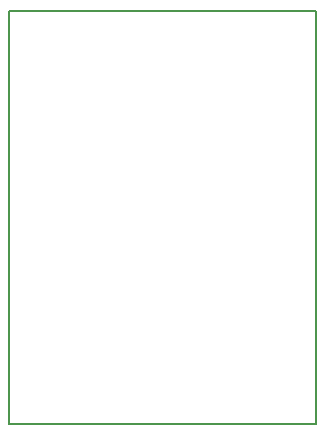
<source format=gm1>
G04 #@! TF.GenerationSoftware,KiCad,Pcbnew,(6.0.7)*
G04 #@! TF.CreationDate,2023-06-14T11:12:21+09:00*
G04 #@! TF.ProjectId,EH-900_PartC_USBPD_ONLY,45482d39-3030-45f5-9061-7274435f5553,rev?*
G04 #@! TF.SameCoordinates,PX5f5e100PY510ff40*
G04 #@! TF.FileFunction,Profile,NP*
%FSLAX46Y46*%
G04 Gerber Fmt 4.6, Leading zero omitted, Abs format (unit mm)*
G04 Created by KiCad (PCBNEW (6.0.7)) date 2023-06-14 11:12:21*
%MOMM*%
%LPD*%
G01*
G04 APERTURE LIST*
G04 #@! TA.AperFunction,Profile*
%ADD10C,0.200000*%
G04 #@! TD*
G04 APERTURE END LIST*
D10*
X76000000Y0D02*
X50000000Y0D01*
X50000000Y0D02*
X50000000Y35000000D01*
X76000000Y35000000D02*
X76000000Y0D01*
X50000000Y35000000D02*
X76000000Y35000000D01*
M02*

</source>
